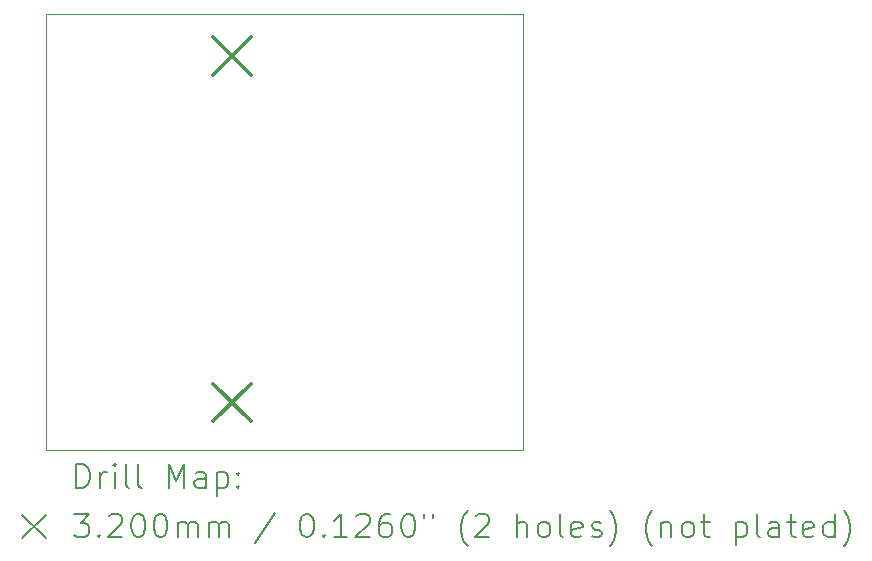
<source format=gbr>
%TF.GenerationSoftware,KiCad,Pcbnew,7.0.9*%
%TF.CreationDate,2023-11-10T13:40:12+01:00*%
%TF.ProjectId,MPX5100DP-SMD-board,4d505835-3130-4304-9450-2d534d442d62,1.1*%
%TF.SameCoordinates,Original*%
%TF.FileFunction,Drillmap*%
%TF.FilePolarity,Positive*%
%FSLAX45Y45*%
G04 Gerber Fmt 4.5, Leading zero omitted, Abs format (unit mm)*
G04 Created by KiCad (PCBNEW 7.0.9) date 2023-11-10 13:40:12*
%MOMM*%
%LPD*%
G01*
G04 APERTURE LIST*
%ADD10C,0.100000*%
%ADD11C,0.200000*%
%ADD12C,0.320000*%
G04 APERTURE END LIST*
D10*
X9848399Y-5676900D02*
X5809799Y-5676900D01*
X5809799Y-5384800D01*
X5809799Y-3543300D01*
X5809799Y-1981200D01*
X9848399Y-1981200D01*
X9848399Y-5676900D01*
D11*
D12*
X7224299Y-2176800D02*
X7544299Y-2496800D01*
X7544299Y-2176800D02*
X7224299Y-2496800D01*
X7224299Y-5110500D02*
X7544299Y-5430500D01*
X7544299Y-5110500D02*
X7224299Y-5430500D01*
D11*
X6065576Y-5993384D02*
X6065576Y-5793384D01*
X6065576Y-5793384D02*
X6113195Y-5793384D01*
X6113195Y-5793384D02*
X6141767Y-5802908D01*
X6141767Y-5802908D02*
X6160814Y-5821955D01*
X6160814Y-5821955D02*
X6170338Y-5841003D01*
X6170338Y-5841003D02*
X6179862Y-5879098D01*
X6179862Y-5879098D02*
X6179862Y-5907669D01*
X6179862Y-5907669D02*
X6170338Y-5945765D01*
X6170338Y-5945765D02*
X6160814Y-5964812D01*
X6160814Y-5964812D02*
X6141767Y-5983860D01*
X6141767Y-5983860D02*
X6113195Y-5993384D01*
X6113195Y-5993384D02*
X6065576Y-5993384D01*
X6265576Y-5993384D02*
X6265576Y-5860050D01*
X6265576Y-5898146D02*
X6275100Y-5879098D01*
X6275100Y-5879098D02*
X6284624Y-5869574D01*
X6284624Y-5869574D02*
X6303671Y-5860050D01*
X6303671Y-5860050D02*
X6322719Y-5860050D01*
X6389386Y-5993384D02*
X6389386Y-5860050D01*
X6389386Y-5793384D02*
X6379862Y-5802908D01*
X6379862Y-5802908D02*
X6389386Y-5812431D01*
X6389386Y-5812431D02*
X6398909Y-5802908D01*
X6398909Y-5802908D02*
X6389386Y-5793384D01*
X6389386Y-5793384D02*
X6389386Y-5812431D01*
X6513195Y-5993384D02*
X6494148Y-5983860D01*
X6494148Y-5983860D02*
X6484624Y-5964812D01*
X6484624Y-5964812D02*
X6484624Y-5793384D01*
X6617957Y-5993384D02*
X6598909Y-5983860D01*
X6598909Y-5983860D02*
X6589386Y-5964812D01*
X6589386Y-5964812D02*
X6589386Y-5793384D01*
X6846529Y-5993384D02*
X6846529Y-5793384D01*
X6846529Y-5793384D02*
X6913195Y-5936241D01*
X6913195Y-5936241D02*
X6979862Y-5793384D01*
X6979862Y-5793384D02*
X6979862Y-5993384D01*
X7160814Y-5993384D02*
X7160814Y-5888622D01*
X7160814Y-5888622D02*
X7151290Y-5869574D01*
X7151290Y-5869574D02*
X7132243Y-5860050D01*
X7132243Y-5860050D02*
X7094148Y-5860050D01*
X7094148Y-5860050D02*
X7075100Y-5869574D01*
X7160814Y-5983860D02*
X7141767Y-5993384D01*
X7141767Y-5993384D02*
X7094148Y-5993384D01*
X7094148Y-5993384D02*
X7075100Y-5983860D01*
X7075100Y-5983860D02*
X7065576Y-5964812D01*
X7065576Y-5964812D02*
X7065576Y-5945765D01*
X7065576Y-5945765D02*
X7075100Y-5926717D01*
X7075100Y-5926717D02*
X7094148Y-5917193D01*
X7094148Y-5917193D02*
X7141767Y-5917193D01*
X7141767Y-5917193D02*
X7160814Y-5907669D01*
X7256052Y-5860050D02*
X7256052Y-6060050D01*
X7256052Y-5869574D02*
X7275100Y-5860050D01*
X7275100Y-5860050D02*
X7313195Y-5860050D01*
X7313195Y-5860050D02*
X7332243Y-5869574D01*
X7332243Y-5869574D02*
X7341767Y-5879098D01*
X7341767Y-5879098D02*
X7351290Y-5898146D01*
X7351290Y-5898146D02*
X7351290Y-5955288D01*
X7351290Y-5955288D02*
X7341767Y-5974336D01*
X7341767Y-5974336D02*
X7332243Y-5983860D01*
X7332243Y-5983860D02*
X7313195Y-5993384D01*
X7313195Y-5993384D02*
X7275100Y-5993384D01*
X7275100Y-5993384D02*
X7256052Y-5983860D01*
X7437005Y-5974336D02*
X7446529Y-5983860D01*
X7446529Y-5983860D02*
X7437005Y-5993384D01*
X7437005Y-5993384D02*
X7427481Y-5983860D01*
X7427481Y-5983860D02*
X7437005Y-5974336D01*
X7437005Y-5974336D02*
X7437005Y-5993384D01*
X7437005Y-5869574D02*
X7446529Y-5879098D01*
X7446529Y-5879098D02*
X7437005Y-5888622D01*
X7437005Y-5888622D02*
X7427481Y-5879098D01*
X7427481Y-5879098D02*
X7437005Y-5869574D01*
X7437005Y-5869574D02*
X7437005Y-5888622D01*
X5604799Y-6221900D02*
X5804799Y-6421900D01*
X5804799Y-6221900D02*
X5604799Y-6421900D01*
X6046529Y-6213384D02*
X6170338Y-6213384D01*
X6170338Y-6213384D02*
X6103671Y-6289574D01*
X6103671Y-6289574D02*
X6132243Y-6289574D01*
X6132243Y-6289574D02*
X6151290Y-6299098D01*
X6151290Y-6299098D02*
X6160814Y-6308622D01*
X6160814Y-6308622D02*
X6170338Y-6327669D01*
X6170338Y-6327669D02*
X6170338Y-6375288D01*
X6170338Y-6375288D02*
X6160814Y-6394336D01*
X6160814Y-6394336D02*
X6151290Y-6403860D01*
X6151290Y-6403860D02*
X6132243Y-6413384D01*
X6132243Y-6413384D02*
X6075100Y-6413384D01*
X6075100Y-6413384D02*
X6056052Y-6403860D01*
X6056052Y-6403860D02*
X6046529Y-6394336D01*
X6256052Y-6394336D02*
X6265576Y-6403860D01*
X6265576Y-6403860D02*
X6256052Y-6413384D01*
X6256052Y-6413384D02*
X6246529Y-6403860D01*
X6246529Y-6403860D02*
X6256052Y-6394336D01*
X6256052Y-6394336D02*
X6256052Y-6413384D01*
X6341767Y-6232431D02*
X6351290Y-6222908D01*
X6351290Y-6222908D02*
X6370338Y-6213384D01*
X6370338Y-6213384D02*
X6417957Y-6213384D01*
X6417957Y-6213384D02*
X6437005Y-6222908D01*
X6437005Y-6222908D02*
X6446529Y-6232431D01*
X6446529Y-6232431D02*
X6456052Y-6251479D01*
X6456052Y-6251479D02*
X6456052Y-6270527D01*
X6456052Y-6270527D02*
X6446529Y-6299098D01*
X6446529Y-6299098D02*
X6332243Y-6413384D01*
X6332243Y-6413384D02*
X6456052Y-6413384D01*
X6579862Y-6213384D02*
X6598910Y-6213384D01*
X6598910Y-6213384D02*
X6617957Y-6222908D01*
X6617957Y-6222908D02*
X6627481Y-6232431D01*
X6627481Y-6232431D02*
X6637005Y-6251479D01*
X6637005Y-6251479D02*
X6646529Y-6289574D01*
X6646529Y-6289574D02*
X6646529Y-6337193D01*
X6646529Y-6337193D02*
X6637005Y-6375288D01*
X6637005Y-6375288D02*
X6627481Y-6394336D01*
X6627481Y-6394336D02*
X6617957Y-6403860D01*
X6617957Y-6403860D02*
X6598910Y-6413384D01*
X6598910Y-6413384D02*
X6579862Y-6413384D01*
X6579862Y-6413384D02*
X6560814Y-6403860D01*
X6560814Y-6403860D02*
X6551290Y-6394336D01*
X6551290Y-6394336D02*
X6541767Y-6375288D01*
X6541767Y-6375288D02*
X6532243Y-6337193D01*
X6532243Y-6337193D02*
X6532243Y-6289574D01*
X6532243Y-6289574D02*
X6541767Y-6251479D01*
X6541767Y-6251479D02*
X6551290Y-6232431D01*
X6551290Y-6232431D02*
X6560814Y-6222908D01*
X6560814Y-6222908D02*
X6579862Y-6213384D01*
X6770338Y-6213384D02*
X6789386Y-6213384D01*
X6789386Y-6213384D02*
X6808433Y-6222908D01*
X6808433Y-6222908D02*
X6817957Y-6232431D01*
X6817957Y-6232431D02*
X6827481Y-6251479D01*
X6827481Y-6251479D02*
X6837005Y-6289574D01*
X6837005Y-6289574D02*
X6837005Y-6337193D01*
X6837005Y-6337193D02*
X6827481Y-6375288D01*
X6827481Y-6375288D02*
X6817957Y-6394336D01*
X6817957Y-6394336D02*
X6808433Y-6403860D01*
X6808433Y-6403860D02*
X6789386Y-6413384D01*
X6789386Y-6413384D02*
X6770338Y-6413384D01*
X6770338Y-6413384D02*
X6751290Y-6403860D01*
X6751290Y-6403860D02*
X6741767Y-6394336D01*
X6741767Y-6394336D02*
X6732243Y-6375288D01*
X6732243Y-6375288D02*
X6722719Y-6337193D01*
X6722719Y-6337193D02*
X6722719Y-6289574D01*
X6722719Y-6289574D02*
X6732243Y-6251479D01*
X6732243Y-6251479D02*
X6741767Y-6232431D01*
X6741767Y-6232431D02*
X6751290Y-6222908D01*
X6751290Y-6222908D02*
X6770338Y-6213384D01*
X6922719Y-6413384D02*
X6922719Y-6280050D01*
X6922719Y-6299098D02*
X6932243Y-6289574D01*
X6932243Y-6289574D02*
X6951290Y-6280050D01*
X6951290Y-6280050D02*
X6979862Y-6280050D01*
X6979862Y-6280050D02*
X6998910Y-6289574D01*
X6998910Y-6289574D02*
X7008433Y-6308622D01*
X7008433Y-6308622D02*
X7008433Y-6413384D01*
X7008433Y-6308622D02*
X7017957Y-6289574D01*
X7017957Y-6289574D02*
X7037005Y-6280050D01*
X7037005Y-6280050D02*
X7065576Y-6280050D01*
X7065576Y-6280050D02*
X7084624Y-6289574D01*
X7084624Y-6289574D02*
X7094148Y-6308622D01*
X7094148Y-6308622D02*
X7094148Y-6413384D01*
X7189386Y-6413384D02*
X7189386Y-6280050D01*
X7189386Y-6299098D02*
X7198910Y-6289574D01*
X7198910Y-6289574D02*
X7217957Y-6280050D01*
X7217957Y-6280050D02*
X7246529Y-6280050D01*
X7246529Y-6280050D02*
X7265576Y-6289574D01*
X7265576Y-6289574D02*
X7275100Y-6308622D01*
X7275100Y-6308622D02*
X7275100Y-6413384D01*
X7275100Y-6308622D02*
X7284624Y-6289574D01*
X7284624Y-6289574D02*
X7303671Y-6280050D01*
X7303671Y-6280050D02*
X7332243Y-6280050D01*
X7332243Y-6280050D02*
X7351291Y-6289574D01*
X7351291Y-6289574D02*
X7360814Y-6308622D01*
X7360814Y-6308622D02*
X7360814Y-6413384D01*
X7751291Y-6203860D02*
X7579862Y-6461003D01*
X8008433Y-6213384D02*
X8027481Y-6213384D01*
X8027481Y-6213384D02*
X8046529Y-6222908D01*
X8046529Y-6222908D02*
X8056053Y-6232431D01*
X8056053Y-6232431D02*
X8065576Y-6251479D01*
X8065576Y-6251479D02*
X8075100Y-6289574D01*
X8075100Y-6289574D02*
X8075100Y-6337193D01*
X8075100Y-6337193D02*
X8065576Y-6375288D01*
X8065576Y-6375288D02*
X8056053Y-6394336D01*
X8056053Y-6394336D02*
X8046529Y-6403860D01*
X8046529Y-6403860D02*
X8027481Y-6413384D01*
X8027481Y-6413384D02*
X8008433Y-6413384D01*
X8008433Y-6413384D02*
X7989386Y-6403860D01*
X7989386Y-6403860D02*
X7979862Y-6394336D01*
X7979862Y-6394336D02*
X7970338Y-6375288D01*
X7970338Y-6375288D02*
X7960814Y-6337193D01*
X7960814Y-6337193D02*
X7960814Y-6289574D01*
X7960814Y-6289574D02*
X7970338Y-6251479D01*
X7970338Y-6251479D02*
X7979862Y-6232431D01*
X7979862Y-6232431D02*
X7989386Y-6222908D01*
X7989386Y-6222908D02*
X8008433Y-6213384D01*
X8160814Y-6394336D02*
X8170338Y-6403860D01*
X8170338Y-6403860D02*
X8160814Y-6413384D01*
X8160814Y-6413384D02*
X8151291Y-6403860D01*
X8151291Y-6403860D02*
X8160814Y-6394336D01*
X8160814Y-6394336D02*
X8160814Y-6413384D01*
X8360814Y-6413384D02*
X8246529Y-6413384D01*
X8303672Y-6413384D02*
X8303672Y-6213384D01*
X8303672Y-6213384D02*
X8284624Y-6241955D01*
X8284624Y-6241955D02*
X8265576Y-6261003D01*
X8265576Y-6261003D02*
X8246529Y-6270527D01*
X8437005Y-6232431D02*
X8446529Y-6222908D01*
X8446529Y-6222908D02*
X8465576Y-6213384D01*
X8465576Y-6213384D02*
X8513196Y-6213384D01*
X8513196Y-6213384D02*
X8532243Y-6222908D01*
X8532243Y-6222908D02*
X8541767Y-6232431D01*
X8541767Y-6232431D02*
X8551291Y-6251479D01*
X8551291Y-6251479D02*
X8551291Y-6270527D01*
X8551291Y-6270527D02*
X8541767Y-6299098D01*
X8541767Y-6299098D02*
X8427481Y-6413384D01*
X8427481Y-6413384D02*
X8551291Y-6413384D01*
X8722719Y-6213384D02*
X8684624Y-6213384D01*
X8684624Y-6213384D02*
X8665576Y-6222908D01*
X8665576Y-6222908D02*
X8656053Y-6232431D01*
X8656053Y-6232431D02*
X8637005Y-6261003D01*
X8637005Y-6261003D02*
X8627481Y-6299098D01*
X8627481Y-6299098D02*
X8627481Y-6375288D01*
X8627481Y-6375288D02*
X8637005Y-6394336D01*
X8637005Y-6394336D02*
X8646529Y-6403860D01*
X8646529Y-6403860D02*
X8665576Y-6413384D01*
X8665576Y-6413384D02*
X8703672Y-6413384D01*
X8703672Y-6413384D02*
X8722719Y-6403860D01*
X8722719Y-6403860D02*
X8732243Y-6394336D01*
X8732243Y-6394336D02*
X8741767Y-6375288D01*
X8741767Y-6375288D02*
X8741767Y-6327669D01*
X8741767Y-6327669D02*
X8732243Y-6308622D01*
X8732243Y-6308622D02*
X8722719Y-6299098D01*
X8722719Y-6299098D02*
X8703672Y-6289574D01*
X8703672Y-6289574D02*
X8665576Y-6289574D01*
X8665576Y-6289574D02*
X8646529Y-6299098D01*
X8646529Y-6299098D02*
X8637005Y-6308622D01*
X8637005Y-6308622D02*
X8627481Y-6327669D01*
X8865576Y-6213384D02*
X8884624Y-6213384D01*
X8884624Y-6213384D02*
X8903672Y-6222908D01*
X8903672Y-6222908D02*
X8913196Y-6232431D01*
X8913196Y-6232431D02*
X8922719Y-6251479D01*
X8922719Y-6251479D02*
X8932243Y-6289574D01*
X8932243Y-6289574D02*
X8932243Y-6337193D01*
X8932243Y-6337193D02*
X8922719Y-6375288D01*
X8922719Y-6375288D02*
X8913196Y-6394336D01*
X8913196Y-6394336D02*
X8903672Y-6403860D01*
X8903672Y-6403860D02*
X8884624Y-6413384D01*
X8884624Y-6413384D02*
X8865576Y-6413384D01*
X8865576Y-6413384D02*
X8846529Y-6403860D01*
X8846529Y-6403860D02*
X8837005Y-6394336D01*
X8837005Y-6394336D02*
X8827481Y-6375288D01*
X8827481Y-6375288D02*
X8817957Y-6337193D01*
X8817957Y-6337193D02*
X8817957Y-6289574D01*
X8817957Y-6289574D02*
X8827481Y-6251479D01*
X8827481Y-6251479D02*
X8837005Y-6232431D01*
X8837005Y-6232431D02*
X8846529Y-6222908D01*
X8846529Y-6222908D02*
X8865576Y-6213384D01*
X9008434Y-6213384D02*
X9008434Y-6251479D01*
X9084624Y-6213384D02*
X9084624Y-6251479D01*
X9379862Y-6489574D02*
X9370338Y-6480050D01*
X9370338Y-6480050D02*
X9351291Y-6451479D01*
X9351291Y-6451479D02*
X9341767Y-6432431D01*
X9341767Y-6432431D02*
X9332243Y-6403860D01*
X9332243Y-6403860D02*
X9322719Y-6356241D01*
X9322719Y-6356241D02*
X9322719Y-6318146D01*
X9322719Y-6318146D02*
X9332243Y-6270527D01*
X9332243Y-6270527D02*
X9341767Y-6241955D01*
X9341767Y-6241955D02*
X9351291Y-6222908D01*
X9351291Y-6222908D02*
X9370338Y-6194336D01*
X9370338Y-6194336D02*
X9379862Y-6184812D01*
X9446529Y-6232431D02*
X9456053Y-6222908D01*
X9456053Y-6222908D02*
X9475100Y-6213384D01*
X9475100Y-6213384D02*
X9522719Y-6213384D01*
X9522719Y-6213384D02*
X9541767Y-6222908D01*
X9541767Y-6222908D02*
X9551291Y-6232431D01*
X9551291Y-6232431D02*
X9560815Y-6251479D01*
X9560815Y-6251479D02*
X9560815Y-6270527D01*
X9560815Y-6270527D02*
X9551291Y-6299098D01*
X9551291Y-6299098D02*
X9437005Y-6413384D01*
X9437005Y-6413384D02*
X9560815Y-6413384D01*
X9798910Y-6413384D02*
X9798910Y-6213384D01*
X9884624Y-6413384D02*
X9884624Y-6308622D01*
X9884624Y-6308622D02*
X9875100Y-6289574D01*
X9875100Y-6289574D02*
X9856053Y-6280050D01*
X9856053Y-6280050D02*
X9827481Y-6280050D01*
X9827481Y-6280050D02*
X9808434Y-6289574D01*
X9808434Y-6289574D02*
X9798910Y-6299098D01*
X10008434Y-6413384D02*
X9989386Y-6403860D01*
X9989386Y-6403860D02*
X9979862Y-6394336D01*
X9979862Y-6394336D02*
X9970339Y-6375288D01*
X9970339Y-6375288D02*
X9970339Y-6318146D01*
X9970339Y-6318146D02*
X9979862Y-6299098D01*
X9979862Y-6299098D02*
X9989386Y-6289574D01*
X9989386Y-6289574D02*
X10008434Y-6280050D01*
X10008434Y-6280050D02*
X10037005Y-6280050D01*
X10037005Y-6280050D02*
X10056053Y-6289574D01*
X10056053Y-6289574D02*
X10065577Y-6299098D01*
X10065577Y-6299098D02*
X10075100Y-6318146D01*
X10075100Y-6318146D02*
X10075100Y-6375288D01*
X10075100Y-6375288D02*
X10065577Y-6394336D01*
X10065577Y-6394336D02*
X10056053Y-6403860D01*
X10056053Y-6403860D02*
X10037005Y-6413384D01*
X10037005Y-6413384D02*
X10008434Y-6413384D01*
X10189386Y-6413384D02*
X10170339Y-6403860D01*
X10170339Y-6403860D02*
X10160815Y-6384812D01*
X10160815Y-6384812D02*
X10160815Y-6213384D01*
X10341767Y-6403860D02*
X10322720Y-6413384D01*
X10322720Y-6413384D02*
X10284624Y-6413384D01*
X10284624Y-6413384D02*
X10265577Y-6403860D01*
X10265577Y-6403860D02*
X10256053Y-6384812D01*
X10256053Y-6384812D02*
X10256053Y-6308622D01*
X10256053Y-6308622D02*
X10265577Y-6289574D01*
X10265577Y-6289574D02*
X10284624Y-6280050D01*
X10284624Y-6280050D02*
X10322720Y-6280050D01*
X10322720Y-6280050D02*
X10341767Y-6289574D01*
X10341767Y-6289574D02*
X10351291Y-6308622D01*
X10351291Y-6308622D02*
X10351291Y-6327669D01*
X10351291Y-6327669D02*
X10256053Y-6346717D01*
X10427481Y-6403860D02*
X10446529Y-6413384D01*
X10446529Y-6413384D02*
X10484624Y-6413384D01*
X10484624Y-6413384D02*
X10503672Y-6403860D01*
X10503672Y-6403860D02*
X10513196Y-6384812D01*
X10513196Y-6384812D02*
X10513196Y-6375288D01*
X10513196Y-6375288D02*
X10503672Y-6356241D01*
X10503672Y-6356241D02*
X10484624Y-6346717D01*
X10484624Y-6346717D02*
X10456053Y-6346717D01*
X10456053Y-6346717D02*
X10437005Y-6337193D01*
X10437005Y-6337193D02*
X10427481Y-6318146D01*
X10427481Y-6318146D02*
X10427481Y-6308622D01*
X10427481Y-6308622D02*
X10437005Y-6289574D01*
X10437005Y-6289574D02*
X10456053Y-6280050D01*
X10456053Y-6280050D02*
X10484624Y-6280050D01*
X10484624Y-6280050D02*
X10503672Y-6289574D01*
X10579862Y-6489574D02*
X10589386Y-6480050D01*
X10589386Y-6480050D02*
X10608434Y-6451479D01*
X10608434Y-6451479D02*
X10617958Y-6432431D01*
X10617958Y-6432431D02*
X10627481Y-6403860D01*
X10627481Y-6403860D02*
X10637005Y-6356241D01*
X10637005Y-6356241D02*
X10637005Y-6318146D01*
X10637005Y-6318146D02*
X10627481Y-6270527D01*
X10627481Y-6270527D02*
X10617958Y-6241955D01*
X10617958Y-6241955D02*
X10608434Y-6222908D01*
X10608434Y-6222908D02*
X10589386Y-6194336D01*
X10589386Y-6194336D02*
X10579862Y-6184812D01*
X10941767Y-6489574D02*
X10932243Y-6480050D01*
X10932243Y-6480050D02*
X10913196Y-6451479D01*
X10913196Y-6451479D02*
X10903672Y-6432431D01*
X10903672Y-6432431D02*
X10894148Y-6403860D01*
X10894148Y-6403860D02*
X10884624Y-6356241D01*
X10884624Y-6356241D02*
X10884624Y-6318146D01*
X10884624Y-6318146D02*
X10894148Y-6270527D01*
X10894148Y-6270527D02*
X10903672Y-6241955D01*
X10903672Y-6241955D02*
X10913196Y-6222908D01*
X10913196Y-6222908D02*
X10932243Y-6194336D01*
X10932243Y-6194336D02*
X10941767Y-6184812D01*
X11017958Y-6280050D02*
X11017958Y-6413384D01*
X11017958Y-6299098D02*
X11027481Y-6289574D01*
X11027481Y-6289574D02*
X11046529Y-6280050D01*
X11046529Y-6280050D02*
X11075101Y-6280050D01*
X11075101Y-6280050D02*
X11094148Y-6289574D01*
X11094148Y-6289574D02*
X11103672Y-6308622D01*
X11103672Y-6308622D02*
X11103672Y-6413384D01*
X11227481Y-6413384D02*
X11208434Y-6403860D01*
X11208434Y-6403860D02*
X11198910Y-6394336D01*
X11198910Y-6394336D02*
X11189386Y-6375288D01*
X11189386Y-6375288D02*
X11189386Y-6318146D01*
X11189386Y-6318146D02*
X11198910Y-6299098D01*
X11198910Y-6299098D02*
X11208434Y-6289574D01*
X11208434Y-6289574D02*
X11227481Y-6280050D01*
X11227481Y-6280050D02*
X11256053Y-6280050D01*
X11256053Y-6280050D02*
X11275100Y-6289574D01*
X11275100Y-6289574D02*
X11284624Y-6299098D01*
X11284624Y-6299098D02*
X11294148Y-6318146D01*
X11294148Y-6318146D02*
X11294148Y-6375288D01*
X11294148Y-6375288D02*
X11284624Y-6394336D01*
X11284624Y-6394336D02*
X11275100Y-6403860D01*
X11275100Y-6403860D02*
X11256053Y-6413384D01*
X11256053Y-6413384D02*
X11227481Y-6413384D01*
X11351291Y-6280050D02*
X11427481Y-6280050D01*
X11379862Y-6213384D02*
X11379862Y-6384812D01*
X11379862Y-6384812D02*
X11389386Y-6403860D01*
X11389386Y-6403860D02*
X11408434Y-6413384D01*
X11408434Y-6413384D02*
X11427481Y-6413384D01*
X11646529Y-6280050D02*
X11646529Y-6480050D01*
X11646529Y-6289574D02*
X11665577Y-6280050D01*
X11665577Y-6280050D02*
X11703672Y-6280050D01*
X11703672Y-6280050D02*
X11722720Y-6289574D01*
X11722720Y-6289574D02*
X11732243Y-6299098D01*
X11732243Y-6299098D02*
X11741767Y-6318146D01*
X11741767Y-6318146D02*
X11741767Y-6375288D01*
X11741767Y-6375288D02*
X11732243Y-6394336D01*
X11732243Y-6394336D02*
X11722720Y-6403860D01*
X11722720Y-6403860D02*
X11703672Y-6413384D01*
X11703672Y-6413384D02*
X11665577Y-6413384D01*
X11665577Y-6413384D02*
X11646529Y-6403860D01*
X11856053Y-6413384D02*
X11837005Y-6403860D01*
X11837005Y-6403860D02*
X11827481Y-6384812D01*
X11827481Y-6384812D02*
X11827481Y-6213384D01*
X12017958Y-6413384D02*
X12017958Y-6308622D01*
X12017958Y-6308622D02*
X12008434Y-6289574D01*
X12008434Y-6289574D02*
X11989386Y-6280050D01*
X11989386Y-6280050D02*
X11951291Y-6280050D01*
X11951291Y-6280050D02*
X11932243Y-6289574D01*
X12017958Y-6403860D02*
X11998910Y-6413384D01*
X11998910Y-6413384D02*
X11951291Y-6413384D01*
X11951291Y-6413384D02*
X11932243Y-6403860D01*
X11932243Y-6403860D02*
X11922720Y-6384812D01*
X11922720Y-6384812D02*
X11922720Y-6365765D01*
X11922720Y-6365765D02*
X11932243Y-6346717D01*
X11932243Y-6346717D02*
X11951291Y-6337193D01*
X11951291Y-6337193D02*
X11998910Y-6337193D01*
X11998910Y-6337193D02*
X12017958Y-6327669D01*
X12084624Y-6280050D02*
X12160815Y-6280050D01*
X12113196Y-6213384D02*
X12113196Y-6384812D01*
X12113196Y-6384812D02*
X12122720Y-6403860D01*
X12122720Y-6403860D02*
X12141767Y-6413384D01*
X12141767Y-6413384D02*
X12160815Y-6413384D01*
X12303672Y-6403860D02*
X12284624Y-6413384D01*
X12284624Y-6413384D02*
X12246529Y-6413384D01*
X12246529Y-6413384D02*
X12227481Y-6403860D01*
X12227481Y-6403860D02*
X12217958Y-6384812D01*
X12217958Y-6384812D02*
X12217958Y-6308622D01*
X12217958Y-6308622D02*
X12227481Y-6289574D01*
X12227481Y-6289574D02*
X12246529Y-6280050D01*
X12246529Y-6280050D02*
X12284624Y-6280050D01*
X12284624Y-6280050D02*
X12303672Y-6289574D01*
X12303672Y-6289574D02*
X12313196Y-6308622D01*
X12313196Y-6308622D02*
X12313196Y-6327669D01*
X12313196Y-6327669D02*
X12217958Y-6346717D01*
X12484624Y-6413384D02*
X12484624Y-6213384D01*
X12484624Y-6403860D02*
X12465577Y-6413384D01*
X12465577Y-6413384D02*
X12427481Y-6413384D01*
X12427481Y-6413384D02*
X12408434Y-6403860D01*
X12408434Y-6403860D02*
X12398910Y-6394336D01*
X12398910Y-6394336D02*
X12389386Y-6375288D01*
X12389386Y-6375288D02*
X12389386Y-6318146D01*
X12389386Y-6318146D02*
X12398910Y-6299098D01*
X12398910Y-6299098D02*
X12408434Y-6289574D01*
X12408434Y-6289574D02*
X12427481Y-6280050D01*
X12427481Y-6280050D02*
X12465577Y-6280050D01*
X12465577Y-6280050D02*
X12484624Y-6289574D01*
X12560815Y-6489574D02*
X12570339Y-6480050D01*
X12570339Y-6480050D02*
X12589386Y-6451479D01*
X12589386Y-6451479D02*
X12598910Y-6432431D01*
X12598910Y-6432431D02*
X12608434Y-6403860D01*
X12608434Y-6403860D02*
X12617958Y-6356241D01*
X12617958Y-6356241D02*
X12617958Y-6318146D01*
X12617958Y-6318146D02*
X12608434Y-6270527D01*
X12608434Y-6270527D02*
X12598910Y-6241955D01*
X12598910Y-6241955D02*
X12589386Y-6222908D01*
X12589386Y-6222908D02*
X12570339Y-6194336D01*
X12570339Y-6194336D02*
X12560815Y-6184812D01*
M02*

</source>
